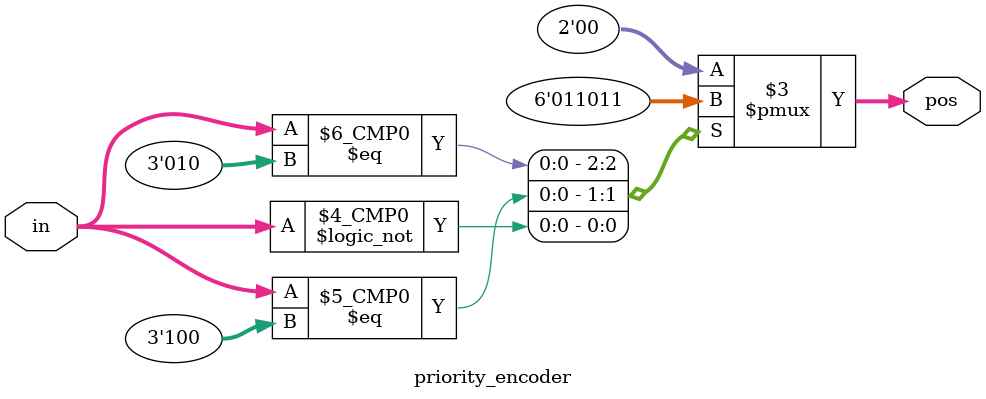
<source format=v>
module priority_encoder( 
input [2:0] in,
output reg [1:0] pos ); 
// When sel=1, assign b to out
// We assume that they are in the "1" case. 
always @ ( in )
    case ( in )
        3'b001: pos = 0;
        3'b010: pos = 1;
        3'b100: pos = 2;
        3'b000: pos = 3;
        3'b001: pos = 4;
        default: pos = 0;
    endcase
endmodule

</source>
